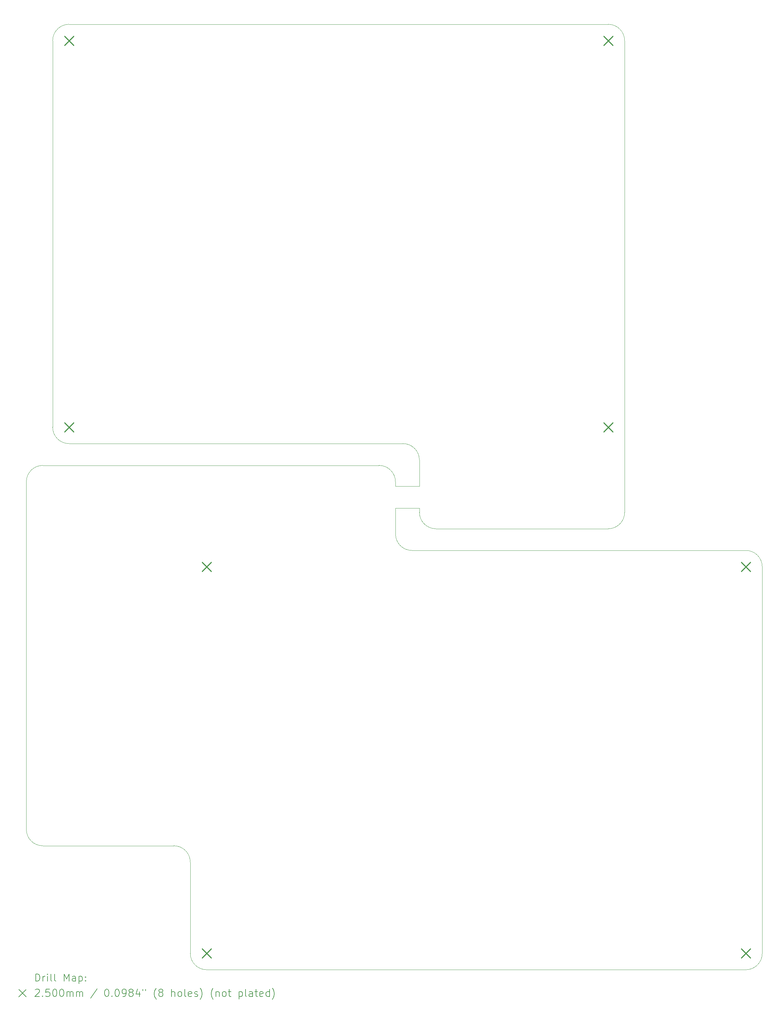
<source format=gbr>
%FSLAX45Y45*%
G04 Gerber Fmt 4.5, Leading zero omitted, Abs format (unit mm)*
G04 Created by KiCad (PCBNEW (6.0.5)) date 2022-07-12 00:37:33*
%MOMM*%
%LPD*%
G01*
G04 APERTURE LIST*
%TA.AperFunction,Profile*%
%ADD10C,0.050000*%
%TD*%
%ADD11C,0.200000*%
%ADD12C,0.250000*%
G04 APERTURE END LIST*
D10*
X37870000Y-33010000D02*
X37870000Y-22410000D01*
X28458825Y-19480000D02*
X28460373Y-20200000D01*
X27351802Y-19628198D02*
X18120000Y-19628198D01*
X27801802Y-20800000D02*
X28460373Y-20800000D01*
X37420000Y-33460000D02*
G75*
G03*
X37870000Y-33010000I0J450000D01*
G01*
X18842175Y-19030000D02*
X28008825Y-19030000D01*
X37420000Y-21960000D02*
X28253350Y-21960000D01*
X22620000Y-33460000D02*
X37420000Y-33460000D01*
X17670000Y-29610000D02*
G75*
G03*
X18120000Y-30060000I450000J0D01*
G01*
X27801802Y-20078198D02*
X27801802Y-20200000D01*
X18392170Y-18580000D02*
G75*
G03*
X18842175Y-19030000I450000J0D01*
G01*
X37870000Y-22410000D02*
G75*
G03*
X37420000Y-21960000I-450000J0D01*
G01*
X22170000Y-33010000D02*
G75*
G03*
X22620000Y-33460000I450000J0D01*
G01*
X34092175Y-20915901D02*
X34092175Y-7980000D01*
X18120000Y-30060000D02*
X21720000Y-30060000D01*
X18120000Y-19628200D02*
G75*
G03*
X17670000Y-20078198I0J-450000D01*
G01*
X28458830Y-19480000D02*
G75*
G03*
X28008825Y-19030000I-450000J0D01*
G01*
X27801802Y-20078198D02*
G75*
G03*
X27351802Y-19628198I-450002J-2D01*
G01*
X33642175Y-7530000D02*
X18842175Y-7530000D01*
X18842175Y-7530005D02*
G75*
G03*
X18392175Y-7980000I-5J-449995D01*
G01*
X18392175Y-7980000D02*
X18392175Y-18580000D01*
X27803350Y-21510000D02*
G75*
G03*
X28253350Y-21960000I450000J0D01*
G01*
X17670000Y-20078198D02*
X17670000Y-29610000D01*
X27801802Y-20200000D02*
X28460373Y-20200000D01*
X22170000Y-30510000D02*
G75*
G03*
X21720000Y-30060000I-450000J0D01*
G01*
X28460380Y-20915000D02*
G75*
G03*
X28910373Y-21365000I450000J0D01*
G01*
X28460373Y-20915000D02*
X28460373Y-20800000D01*
X33642175Y-21365905D02*
G75*
G03*
X34092175Y-20915901I-5J450005D01*
G01*
X27803350Y-21510000D02*
X27801802Y-20800000D01*
X34092180Y-7980000D02*
G75*
G03*
X33642175Y-7530000I-450000J0D01*
G01*
X28910373Y-21365000D02*
X33642175Y-21365901D01*
X22170000Y-30510000D02*
X22170000Y-33010000D01*
D11*
D12*
X18717175Y-7855000D02*
X18967175Y-8105000D01*
X18967175Y-7855000D02*
X18717175Y-8105000D01*
X18717175Y-18455000D02*
X18967175Y-18705000D01*
X18967175Y-18455000D02*
X18717175Y-18705000D01*
X22495000Y-22285000D02*
X22745000Y-22535000D01*
X22745000Y-22285000D02*
X22495000Y-22535000D01*
X22495000Y-32885000D02*
X22745000Y-33135000D01*
X22745000Y-32885000D02*
X22495000Y-33135000D01*
X33517175Y-7855000D02*
X33767175Y-8105000D01*
X33767175Y-7855000D02*
X33517175Y-8105000D01*
X33517175Y-18455000D02*
X33767175Y-18705000D01*
X33767175Y-18455000D02*
X33517175Y-18705000D01*
X37295000Y-22285000D02*
X37545000Y-22535000D01*
X37545000Y-22285000D02*
X37295000Y-22535000D01*
X37295000Y-32885000D02*
X37545000Y-33135000D01*
X37545000Y-32885000D02*
X37295000Y-33135000D01*
D11*
X17925119Y-33772976D02*
X17925119Y-33572976D01*
X17972738Y-33572976D01*
X18001310Y-33582500D01*
X18020357Y-33601548D01*
X18029881Y-33620595D01*
X18039405Y-33658690D01*
X18039405Y-33687262D01*
X18029881Y-33725357D01*
X18020357Y-33744405D01*
X18001310Y-33763452D01*
X17972738Y-33772976D01*
X17925119Y-33772976D01*
X18125119Y-33772976D02*
X18125119Y-33639643D01*
X18125119Y-33677738D02*
X18134643Y-33658690D01*
X18144167Y-33649167D01*
X18163214Y-33639643D01*
X18182262Y-33639643D01*
X18248929Y-33772976D02*
X18248929Y-33639643D01*
X18248929Y-33572976D02*
X18239405Y-33582500D01*
X18248929Y-33592024D01*
X18258452Y-33582500D01*
X18248929Y-33572976D01*
X18248929Y-33592024D01*
X18372738Y-33772976D02*
X18353690Y-33763452D01*
X18344167Y-33744405D01*
X18344167Y-33572976D01*
X18477500Y-33772976D02*
X18458452Y-33763452D01*
X18448929Y-33744405D01*
X18448929Y-33572976D01*
X18706071Y-33772976D02*
X18706071Y-33572976D01*
X18772738Y-33715833D01*
X18839405Y-33572976D01*
X18839405Y-33772976D01*
X19020357Y-33772976D02*
X19020357Y-33668214D01*
X19010833Y-33649167D01*
X18991786Y-33639643D01*
X18953690Y-33639643D01*
X18934643Y-33649167D01*
X19020357Y-33763452D02*
X19001310Y-33772976D01*
X18953690Y-33772976D01*
X18934643Y-33763452D01*
X18925119Y-33744405D01*
X18925119Y-33725357D01*
X18934643Y-33706310D01*
X18953690Y-33696786D01*
X19001310Y-33696786D01*
X19020357Y-33687262D01*
X19115595Y-33639643D02*
X19115595Y-33839643D01*
X19115595Y-33649167D02*
X19134643Y-33639643D01*
X19172738Y-33639643D01*
X19191786Y-33649167D01*
X19201310Y-33658690D01*
X19210833Y-33677738D01*
X19210833Y-33734881D01*
X19201310Y-33753929D01*
X19191786Y-33763452D01*
X19172738Y-33772976D01*
X19134643Y-33772976D01*
X19115595Y-33763452D01*
X19296548Y-33753929D02*
X19306071Y-33763452D01*
X19296548Y-33772976D01*
X19287024Y-33763452D01*
X19296548Y-33753929D01*
X19296548Y-33772976D01*
X19296548Y-33649167D02*
X19306071Y-33658690D01*
X19296548Y-33668214D01*
X19287024Y-33658690D01*
X19296548Y-33649167D01*
X19296548Y-33668214D01*
X17467500Y-34002500D02*
X17667500Y-34202500D01*
X17667500Y-34002500D02*
X17467500Y-34202500D01*
X17915595Y-34012024D02*
X17925119Y-34002500D01*
X17944167Y-33992976D01*
X17991786Y-33992976D01*
X18010833Y-34002500D01*
X18020357Y-34012024D01*
X18029881Y-34031071D01*
X18029881Y-34050119D01*
X18020357Y-34078690D01*
X17906071Y-34192976D01*
X18029881Y-34192976D01*
X18115595Y-34173929D02*
X18125119Y-34183452D01*
X18115595Y-34192976D01*
X18106071Y-34183452D01*
X18115595Y-34173929D01*
X18115595Y-34192976D01*
X18306071Y-33992976D02*
X18210833Y-33992976D01*
X18201310Y-34088214D01*
X18210833Y-34078690D01*
X18229881Y-34069167D01*
X18277500Y-34069167D01*
X18296548Y-34078690D01*
X18306071Y-34088214D01*
X18315595Y-34107262D01*
X18315595Y-34154881D01*
X18306071Y-34173929D01*
X18296548Y-34183452D01*
X18277500Y-34192976D01*
X18229881Y-34192976D01*
X18210833Y-34183452D01*
X18201310Y-34173929D01*
X18439405Y-33992976D02*
X18458452Y-33992976D01*
X18477500Y-34002500D01*
X18487024Y-34012024D01*
X18496548Y-34031071D01*
X18506071Y-34069167D01*
X18506071Y-34116786D01*
X18496548Y-34154881D01*
X18487024Y-34173929D01*
X18477500Y-34183452D01*
X18458452Y-34192976D01*
X18439405Y-34192976D01*
X18420357Y-34183452D01*
X18410833Y-34173929D01*
X18401310Y-34154881D01*
X18391786Y-34116786D01*
X18391786Y-34069167D01*
X18401310Y-34031071D01*
X18410833Y-34012024D01*
X18420357Y-34002500D01*
X18439405Y-33992976D01*
X18629881Y-33992976D02*
X18648929Y-33992976D01*
X18667976Y-34002500D01*
X18677500Y-34012024D01*
X18687024Y-34031071D01*
X18696548Y-34069167D01*
X18696548Y-34116786D01*
X18687024Y-34154881D01*
X18677500Y-34173929D01*
X18667976Y-34183452D01*
X18648929Y-34192976D01*
X18629881Y-34192976D01*
X18610833Y-34183452D01*
X18601310Y-34173929D01*
X18591786Y-34154881D01*
X18582262Y-34116786D01*
X18582262Y-34069167D01*
X18591786Y-34031071D01*
X18601310Y-34012024D01*
X18610833Y-34002500D01*
X18629881Y-33992976D01*
X18782262Y-34192976D02*
X18782262Y-34059643D01*
X18782262Y-34078690D02*
X18791786Y-34069167D01*
X18810833Y-34059643D01*
X18839405Y-34059643D01*
X18858452Y-34069167D01*
X18867976Y-34088214D01*
X18867976Y-34192976D01*
X18867976Y-34088214D02*
X18877500Y-34069167D01*
X18896548Y-34059643D01*
X18925119Y-34059643D01*
X18944167Y-34069167D01*
X18953690Y-34088214D01*
X18953690Y-34192976D01*
X19048929Y-34192976D02*
X19048929Y-34059643D01*
X19048929Y-34078690D02*
X19058452Y-34069167D01*
X19077500Y-34059643D01*
X19106071Y-34059643D01*
X19125119Y-34069167D01*
X19134643Y-34088214D01*
X19134643Y-34192976D01*
X19134643Y-34088214D02*
X19144167Y-34069167D01*
X19163214Y-34059643D01*
X19191786Y-34059643D01*
X19210833Y-34069167D01*
X19220357Y-34088214D01*
X19220357Y-34192976D01*
X19610833Y-33983452D02*
X19439405Y-34240595D01*
X19867976Y-33992976D02*
X19887024Y-33992976D01*
X19906071Y-34002500D01*
X19915595Y-34012024D01*
X19925119Y-34031071D01*
X19934643Y-34069167D01*
X19934643Y-34116786D01*
X19925119Y-34154881D01*
X19915595Y-34173929D01*
X19906071Y-34183452D01*
X19887024Y-34192976D01*
X19867976Y-34192976D01*
X19848929Y-34183452D01*
X19839405Y-34173929D01*
X19829881Y-34154881D01*
X19820357Y-34116786D01*
X19820357Y-34069167D01*
X19829881Y-34031071D01*
X19839405Y-34012024D01*
X19848929Y-34002500D01*
X19867976Y-33992976D01*
X20020357Y-34173929D02*
X20029881Y-34183452D01*
X20020357Y-34192976D01*
X20010833Y-34183452D01*
X20020357Y-34173929D01*
X20020357Y-34192976D01*
X20153690Y-33992976D02*
X20172738Y-33992976D01*
X20191786Y-34002500D01*
X20201310Y-34012024D01*
X20210833Y-34031071D01*
X20220357Y-34069167D01*
X20220357Y-34116786D01*
X20210833Y-34154881D01*
X20201310Y-34173929D01*
X20191786Y-34183452D01*
X20172738Y-34192976D01*
X20153690Y-34192976D01*
X20134643Y-34183452D01*
X20125119Y-34173929D01*
X20115595Y-34154881D01*
X20106071Y-34116786D01*
X20106071Y-34069167D01*
X20115595Y-34031071D01*
X20125119Y-34012024D01*
X20134643Y-34002500D01*
X20153690Y-33992976D01*
X20315595Y-34192976D02*
X20353690Y-34192976D01*
X20372738Y-34183452D01*
X20382262Y-34173929D01*
X20401310Y-34145357D01*
X20410833Y-34107262D01*
X20410833Y-34031071D01*
X20401310Y-34012024D01*
X20391786Y-34002500D01*
X20372738Y-33992976D01*
X20334643Y-33992976D01*
X20315595Y-34002500D01*
X20306071Y-34012024D01*
X20296548Y-34031071D01*
X20296548Y-34078690D01*
X20306071Y-34097738D01*
X20315595Y-34107262D01*
X20334643Y-34116786D01*
X20372738Y-34116786D01*
X20391786Y-34107262D01*
X20401310Y-34097738D01*
X20410833Y-34078690D01*
X20525119Y-34078690D02*
X20506071Y-34069167D01*
X20496548Y-34059643D01*
X20487024Y-34040595D01*
X20487024Y-34031071D01*
X20496548Y-34012024D01*
X20506071Y-34002500D01*
X20525119Y-33992976D01*
X20563214Y-33992976D01*
X20582262Y-34002500D01*
X20591786Y-34012024D01*
X20601310Y-34031071D01*
X20601310Y-34040595D01*
X20591786Y-34059643D01*
X20582262Y-34069167D01*
X20563214Y-34078690D01*
X20525119Y-34078690D01*
X20506071Y-34088214D01*
X20496548Y-34097738D01*
X20487024Y-34116786D01*
X20487024Y-34154881D01*
X20496548Y-34173929D01*
X20506071Y-34183452D01*
X20525119Y-34192976D01*
X20563214Y-34192976D01*
X20582262Y-34183452D01*
X20591786Y-34173929D01*
X20601310Y-34154881D01*
X20601310Y-34116786D01*
X20591786Y-34097738D01*
X20582262Y-34088214D01*
X20563214Y-34078690D01*
X20772738Y-34059643D02*
X20772738Y-34192976D01*
X20725119Y-33983452D02*
X20677500Y-34126310D01*
X20801310Y-34126310D01*
X20867976Y-33992976D02*
X20867976Y-34031071D01*
X20944167Y-33992976D02*
X20944167Y-34031071D01*
X21239405Y-34269167D02*
X21229881Y-34259643D01*
X21210833Y-34231071D01*
X21201310Y-34212024D01*
X21191786Y-34183452D01*
X21182262Y-34135833D01*
X21182262Y-34097738D01*
X21191786Y-34050119D01*
X21201310Y-34021548D01*
X21210833Y-34002500D01*
X21229881Y-33973929D01*
X21239405Y-33964405D01*
X21344167Y-34078690D02*
X21325119Y-34069167D01*
X21315595Y-34059643D01*
X21306071Y-34040595D01*
X21306071Y-34031071D01*
X21315595Y-34012024D01*
X21325119Y-34002500D01*
X21344167Y-33992976D01*
X21382262Y-33992976D01*
X21401310Y-34002500D01*
X21410833Y-34012024D01*
X21420357Y-34031071D01*
X21420357Y-34040595D01*
X21410833Y-34059643D01*
X21401310Y-34069167D01*
X21382262Y-34078690D01*
X21344167Y-34078690D01*
X21325119Y-34088214D01*
X21315595Y-34097738D01*
X21306071Y-34116786D01*
X21306071Y-34154881D01*
X21315595Y-34173929D01*
X21325119Y-34183452D01*
X21344167Y-34192976D01*
X21382262Y-34192976D01*
X21401310Y-34183452D01*
X21410833Y-34173929D01*
X21420357Y-34154881D01*
X21420357Y-34116786D01*
X21410833Y-34097738D01*
X21401310Y-34088214D01*
X21382262Y-34078690D01*
X21658452Y-34192976D02*
X21658452Y-33992976D01*
X21744167Y-34192976D02*
X21744167Y-34088214D01*
X21734643Y-34069167D01*
X21715595Y-34059643D01*
X21687024Y-34059643D01*
X21667976Y-34069167D01*
X21658452Y-34078690D01*
X21867976Y-34192976D02*
X21848929Y-34183452D01*
X21839405Y-34173929D01*
X21829881Y-34154881D01*
X21829881Y-34097738D01*
X21839405Y-34078690D01*
X21848929Y-34069167D01*
X21867976Y-34059643D01*
X21896548Y-34059643D01*
X21915595Y-34069167D01*
X21925119Y-34078690D01*
X21934643Y-34097738D01*
X21934643Y-34154881D01*
X21925119Y-34173929D01*
X21915595Y-34183452D01*
X21896548Y-34192976D01*
X21867976Y-34192976D01*
X22048929Y-34192976D02*
X22029881Y-34183452D01*
X22020357Y-34164405D01*
X22020357Y-33992976D01*
X22201310Y-34183452D02*
X22182262Y-34192976D01*
X22144167Y-34192976D01*
X22125119Y-34183452D01*
X22115595Y-34164405D01*
X22115595Y-34088214D01*
X22125119Y-34069167D01*
X22144167Y-34059643D01*
X22182262Y-34059643D01*
X22201310Y-34069167D01*
X22210833Y-34088214D01*
X22210833Y-34107262D01*
X22115595Y-34126310D01*
X22287024Y-34183452D02*
X22306071Y-34192976D01*
X22344167Y-34192976D01*
X22363214Y-34183452D01*
X22372738Y-34164405D01*
X22372738Y-34154881D01*
X22363214Y-34135833D01*
X22344167Y-34126310D01*
X22315595Y-34126310D01*
X22296548Y-34116786D01*
X22287024Y-34097738D01*
X22287024Y-34088214D01*
X22296548Y-34069167D01*
X22315595Y-34059643D01*
X22344167Y-34059643D01*
X22363214Y-34069167D01*
X22439405Y-34269167D02*
X22448928Y-34259643D01*
X22467976Y-34231071D01*
X22477500Y-34212024D01*
X22487024Y-34183452D01*
X22496548Y-34135833D01*
X22496548Y-34097738D01*
X22487024Y-34050119D01*
X22477500Y-34021548D01*
X22467976Y-34002500D01*
X22448928Y-33973929D01*
X22439405Y-33964405D01*
X22801309Y-34269167D02*
X22791786Y-34259643D01*
X22772738Y-34231071D01*
X22763214Y-34212024D01*
X22753690Y-34183452D01*
X22744167Y-34135833D01*
X22744167Y-34097738D01*
X22753690Y-34050119D01*
X22763214Y-34021548D01*
X22772738Y-34002500D01*
X22791786Y-33973929D01*
X22801309Y-33964405D01*
X22877500Y-34059643D02*
X22877500Y-34192976D01*
X22877500Y-34078690D02*
X22887024Y-34069167D01*
X22906071Y-34059643D01*
X22934643Y-34059643D01*
X22953690Y-34069167D01*
X22963214Y-34088214D01*
X22963214Y-34192976D01*
X23087024Y-34192976D02*
X23067976Y-34183452D01*
X23058452Y-34173929D01*
X23048928Y-34154881D01*
X23048928Y-34097738D01*
X23058452Y-34078690D01*
X23067976Y-34069167D01*
X23087024Y-34059643D01*
X23115595Y-34059643D01*
X23134643Y-34069167D01*
X23144167Y-34078690D01*
X23153690Y-34097738D01*
X23153690Y-34154881D01*
X23144167Y-34173929D01*
X23134643Y-34183452D01*
X23115595Y-34192976D01*
X23087024Y-34192976D01*
X23210833Y-34059643D02*
X23287024Y-34059643D01*
X23239405Y-33992976D02*
X23239405Y-34164405D01*
X23248928Y-34183452D01*
X23267976Y-34192976D01*
X23287024Y-34192976D01*
X23506071Y-34059643D02*
X23506071Y-34259643D01*
X23506071Y-34069167D02*
X23525119Y-34059643D01*
X23563214Y-34059643D01*
X23582262Y-34069167D01*
X23591786Y-34078690D01*
X23601309Y-34097738D01*
X23601309Y-34154881D01*
X23591786Y-34173929D01*
X23582262Y-34183452D01*
X23563214Y-34192976D01*
X23525119Y-34192976D01*
X23506071Y-34183452D01*
X23715595Y-34192976D02*
X23696548Y-34183452D01*
X23687024Y-34164405D01*
X23687024Y-33992976D01*
X23877500Y-34192976D02*
X23877500Y-34088214D01*
X23867976Y-34069167D01*
X23848928Y-34059643D01*
X23810833Y-34059643D01*
X23791786Y-34069167D01*
X23877500Y-34183452D02*
X23858452Y-34192976D01*
X23810833Y-34192976D01*
X23791786Y-34183452D01*
X23782262Y-34164405D01*
X23782262Y-34145357D01*
X23791786Y-34126310D01*
X23810833Y-34116786D01*
X23858452Y-34116786D01*
X23877500Y-34107262D01*
X23944167Y-34059643D02*
X24020357Y-34059643D01*
X23972738Y-33992976D02*
X23972738Y-34164405D01*
X23982262Y-34183452D01*
X24001309Y-34192976D01*
X24020357Y-34192976D01*
X24163214Y-34183452D02*
X24144167Y-34192976D01*
X24106071Y-34192976D01*
X24087024Y-34183452D01*
X24077500Y-34164405D01*
X24077500Y-34088214D01*
X24087024Y-34069167D01*
X24106071Y-34059643D01*
X24144167Y-34059643D01*
X24163214Y-34069167D01*
X24172738Y-34088214D01*
X24172738Y-34107262D01*
X24077500Y-34126310D01*
X24344167Y-34192976D02*
X24344167Y-33992976D01*
X24344167Y-34183452D02*
X24325119Y-34192976D01*
X24287024Y-34192976D01*
X24267976Y-34183452D01*
X24258452Y-34173929D01*
X24248928Y-34154881D01*
X24248928Y-34097738D01*
X24258452Y-34078690D01*
X24267976Y-34069167D01*
X24287024Y-34059643D01*
X24325119Y-34059643D01*
X24344167Y-34069167D01*
X24420357Y-34269167D02*
X24429881Y-34259643D01*
X24448928Y-34231071D01*
X24458452Y-34212024D01*
X24467976Y-34183452D01*
X24477500Y-34135833D01*
X24477500Y-34097738D01*
X24467976Y-34050119D01*
X24458452Y-34021548D01*
X24448928Y-34002500D01*
X24429881Y-33973929D01*
X24420357Y-33964405D01*
M02*

</source>
